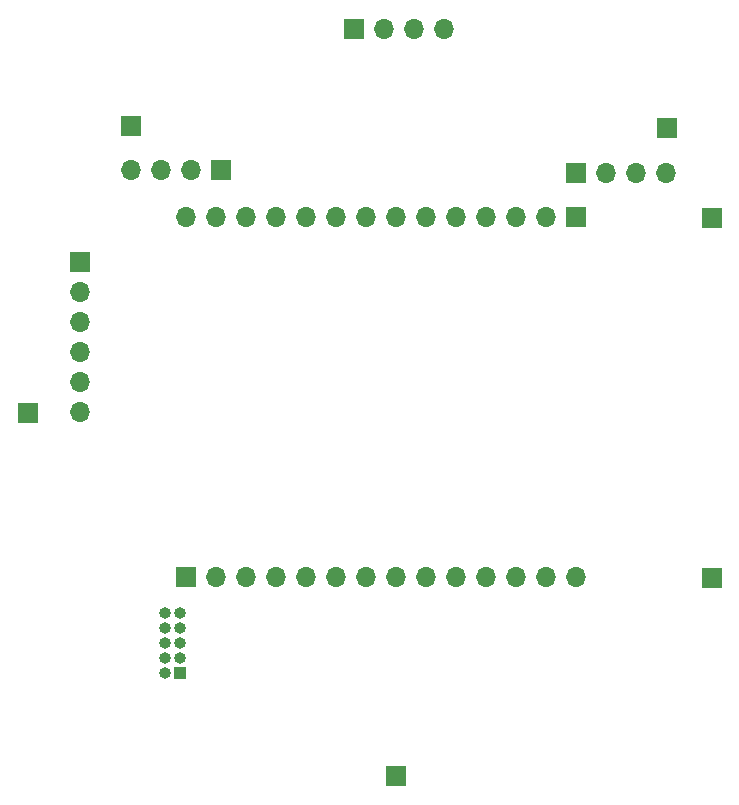
<source format=gts>
G04 #@! TF.GenerationSoftware,KiCad,Pcbnew,7.0.0*
G04 #@! TF.CreationDate,2023-03-12T17:33:18-04:00*
G04 #@! TF.ProjectId,wifi_shield,77696669-5f73-4686-9965-6c642e6b6963,rev?*
G04 #@! TF.SameCoordinates,Original*
G04 #@! TF.FileFunction,Soldermask,Top*
G04 #@! TF.FilePolarity,Negative*
%FSLAX46Y46*%
G04 Gerber Fmt 4.6, Leading zero omitted, Abs format (unit mm)*
G04 Created by KiCad (PCBNEW 7.0.0) date 2023-03-12 17:33:18*
%MOMM*%
%LPD*%
G01*
G04 APERTURE LIST*
%ADD10R,1.700000X1.700000*%
%ADD11O,1.700000X1.700000*%
%ADD12R,1.000000X1.000000*%
%ADD13O,1.000000X1.000000*%
G04 APERTURE END LIST*
D10*
X131965999Y-114960599D03*
D11*
X134505999Y-114960599D03*
X137045999Y-114960599D03*
X139585999Y-114960599D03*
X142125999Y-114960599D03*
X144665999Y-114960599D03*
X147205999Y-114960599D03*
X149745999Y-114960599D03*
X152285999Y-114960599D03*
X154825999Y-114960599D03*
X157365999Y-114960599D03*
X159905999Y-114960599D03*
X162445999Y-114960599D03*
X164985999Y-114960599D03*
D10*
X164985999Y-84459999D03*
D11*
X162445999Y-84459999D03*
X159905999Y-84459999D03*
X157365999Y-84459999D03*
X154825999Y-84459999D03*
X152285999Y-84459999D03*
X149745999Y-84459999D03*
X147205999Y-84459999D03*
X144665999Y-84459999D03*
X142125999Y-84459999D03*
X139585999Y-84459999D03*
X137045999Y-84459999D03*
X134505999Y-84459999D03*
X131965999Y-84459999D03*
D10*
X134949999Y-80499999D03*
D11*
X132409999Y-80499999D03*
X129869999Y-80499999D03*
X127329999Y-80499999D03*
D10*
X164999999Y-80699999D03*
D11*
X167539999Y-80699999D03*
X170079999Y-80699999D03*
X172619999Y-80699999D03*
D10*
X146249999Y-68499999D03*
D11*
X148789999Y-68499999D03*
X151329999Y-68499999D03*
X153869999Y-68499999D03*
D10*
X123049999Y-88209999D03*
D11*
X123049999Y-90749999D03*
X123049999Y-93289999D03*
X123049999Y-95829999D03*
X123049999Y-98369999D03*
X123049999Y-100909999D03*
D10*
X127299999Y-76699999D03*
X176499999Y-114999999D03*
X176499999Y-84499999D03*
X172699999Y-76899999D03*
X118580199Y-101066799D03*
D12*
X131457999Y-123007999D03*
D13*
X130187999Y-123007999D03*
X131457999Y-121737999D03*
X130187999Y-121737999D03*
X131457999Y-120467999D03*
X130187999Y-120467999D03*
X131457999Y-119197999D03*
X130187999Y-119197999D03*
X131457999Y-117927999D03*
X130187999Y-117927999D03*
D10*
X149745999Y-131749999D03*
M02*

</source>
